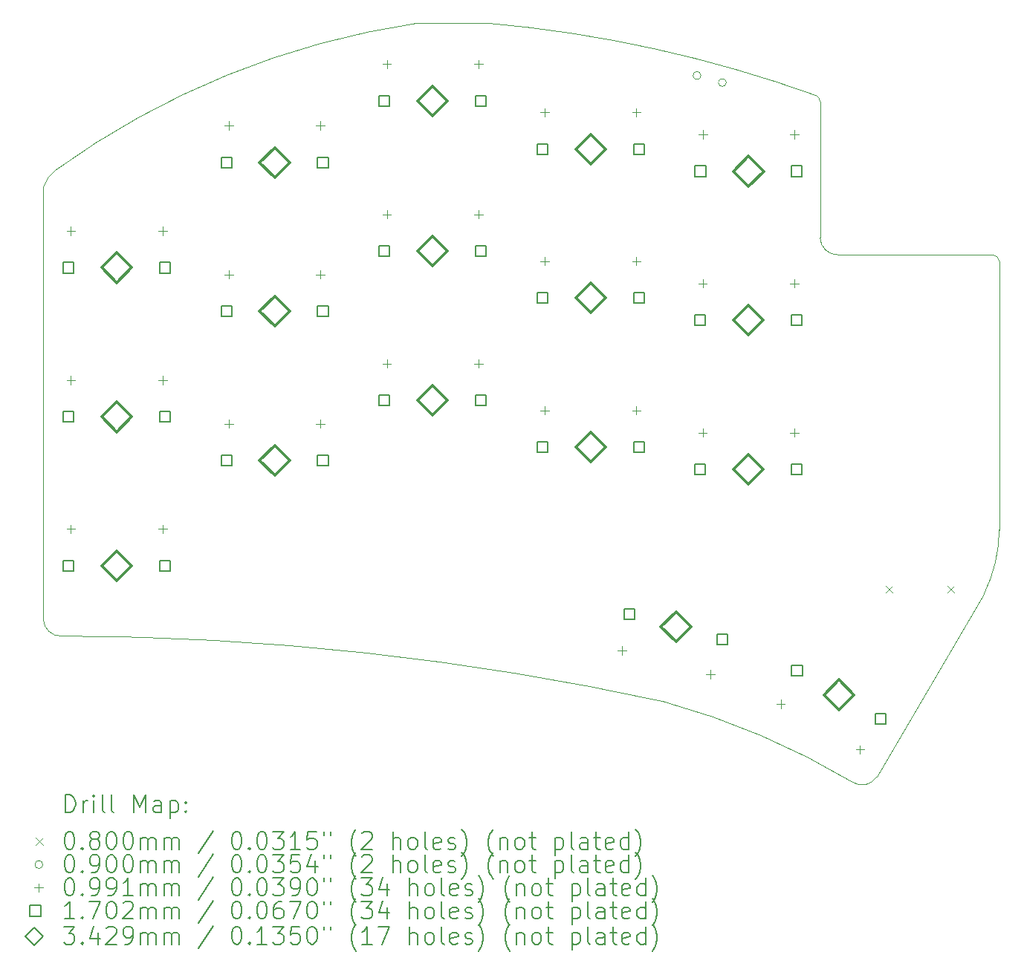
<source format=gbr>
%TF.GenerationSoftware,KiCad,Pcbnew,(6.0.10-0)*%
%TF.CreationDate,2023-04-12T09:40:14-04:00*%
%TF.ProjectId,half-swept,68616c66-2d73-4776-9570-742e6b696361,rev?*%
%TF.SameCoordinates,Original*%
%TF.FileFunction,Drillmap*%
%TF.FilePolarity,Positive*%
%FSLAX45Y45*%
G04 Gerber Fmt 4.5, Leading zero omitted, Abs format (unit mm)*
G04 Created by KiCad (PCBNEW (6.0.10-0)) date 2023-04-12 09:40:14*
%MOMM*%
%LPD*%
G01*
G04 APERTURE LIST*
%ADD10C,0.050000*%
%ADD11C,0.200000*%
%ADD12C,0.080000*%
%ADD13C,0.090000*%
%ADD14C,0.099060*%
%ADD15C,0.170180*%
%ADD16C,0.342900*%
G04 APERTURE END LIST*
D10*
X12763500Y-4536200D02*
G75*
G03*
X12688500Y-4461200I-75000J0D01*
G01*
X1869005Y-3697670D02*
X1873025Y-8624502D01*
X10722200Y-2713742D02*
G75*
G03*
X10678729Y-2645689I-75000J2D01*
G01*
X11093800Y-10474800D02*
G75*
G03*
X8940913Y-9556195I-4431600J-7404000D01*
G01*
X2011700Y-3496300D02*
G75*
G03*
X1869005Y-3697670I244500J-324500D01*
G01*
X10722200Y-4268400D02*
G75*
G03*
X10925700Y-4461492I200000J7000D01*
G01*
X10678729Y-2645689D02*
G75*
G03*
X6929178Y-1820068I-5040949J-13966341D01*
G01*
X11093800Y-10474800D02*
G75*
G03*
X11367000Y-10414927I107000J165000D01*
G01*
X8940913Y-9556195D02*
G75*
G03*
X2076800Y-8808112I-6921916J-31647541D01*
G01*
X1873025Y-8624502D02*
G75*
G03*
X2076800Y-8808112I197800J14641D01*
G01*
X12763500Y-4536200D02*
X12763500Y-6248400D01*
X10722200Y-4268400D02*
X10722205Y-2713742D01*
X10925700Y-4461492D02*
X12688500Y-4461200D01*
X6130043Y-1821289D02*
G75*
G03*
X2011700Y-3496300I1370658J-9270415D01*
G01*
X12588830Y-8331200D02*
X11367000Y-10414927D01*
X12588831Y-8331200D02*
G75*
G03*
X12763500Y-7598785I-1502721J745410D01*
G01*
X6929178Y-1820068D02*
X6130000Y-1821000D01*
X12763500Y-6248400D02*
X12764700Y-6985000D01*
X12764700Y-6985000D02*
X12763500Y-7598785D01*
D11*
D12*
X11469800Y-8235000D02*
X11549800Y-8315000D01*
X11549800Y-8235000D02*
X11469800Y-8315000D01*
X12169800Y-8235000D02*
X12249800Y-8315000D01*
X12249800Y-8235000D02*
X12169800Y-8315000D01*
D13*
X9364495Y-2416972D02*
G75*
G03*
X9364495Y-2416972I-45000J0D01*
G01*
X9653585Y-2497143D02*
G75*
G03*
X9653585Y-2497143I-45000J0D01*
G01*
D14*
X2186000Y-4138470D02*
X2186000Y-4237530D01*
X2136470Y-4188000D02*
X2235530Y-4188000D01*
X2186000Y-5838470D02*
X2186000Y-5937530D01*
X2136470Y-5888000D02*
X2235530Y-5888000D01*
X2186000Y-7538470D02*
X2186000Y-7637530D01*
X2136470Y-7588000D02*
X2235530Y-7588000D01*
X3230000Y-4138470D02*
X3230000Y-4237530D01*
X3180470Y-4188000D02*
X3279530Y-4188000D01*
X3230000Y-5838470D02*
X3230000Y-5937530D01*
X3180470Y-5888000D02*
X3279530Y-5888000D01*
X3230000Y-7538470D02*
X3230000Y-7637530D01*
X3180470Y-7588000D02*
X3279530Y-7588000D01*
X3986000Y-2938470D02*
X3986000Y-3037530D01*
X3936470Y-2988000D02*
X4035530Y-2988000D01*
X3986000Y-4635870D02*
X3986000Y-4734930D01*
X3936470Y-4685400D02*
X4035530Y-4685400D01*
X3986000Y-6337670D02*
X3986000Y-6436730D01*
X3936470Y-6387200D02*
X4035530Y-6387200D01*
X5030000Y-2938470D02*
X5030000Y-3037530D01*
X4980470Y-2988000D02*
X5079530Y-2988000D01*
X5030000Y-4635870D02*
X5030000Y-4734930D01*
X4980470Y-4685400D02*
X5079530Y-4685400D01*
X5030000Y-6337670D02*
X5030000Y-6436730D01*
X4980470Y-6387200D02*
X5079530Y-6387200D01*
X5786000Y-2238470D02*
X5786000Y-2337530D01*
X5736470Y-2288000D02*
X5835530Y-2288000D01*
X5786000Y-3950070D02*
X5786000Y-4049130D01*
X5736470Y-3999600D02*
X5835530Y-3999600D01*
X5786000Y-5651870D02*
X5786000Y-5750930D01*
X5736470Y-5701400D02*
X5835530Y-5701400D01*
X6830000Y-2238470D02*
X6830000Y-2337530D01*
X6780470Y-2288000D02*
X6879530Y-2288000D01*
X6830000Y-3950070D02*
X6830000Y-4049130D01*
X6780470Y-3999600D02*
X6879530Y-3999600D01*
X6830000Y-5651870D02*
X6830000Y-5750930D01*
X6780470Y-5701400D02*
X6879530Y-5701400D01*
X7586000Y-2788470D02*
X7586000Y-2887530D01*
X7536470Y-2838000D02*
X7635530Y-2838000D01*
X7586000Y-4483470D02*
X7586000Y-4582530D01*
X7536470Y-4533000D02*
X7635530Y-4533000D01*
X7586000Y-6185270D02*
X7586000Y-6284330D01*
X7536470Y-6234800D02*
X7635530Y-6234800D01*
X8466683Y-8924055D02*
X8466683Y-9023115D01*
X8417153Y-8973585D02*
X8516213Y-8973585D01*
X8630000Y-2788470D02*
X8630000Y-2887530D01*
X8580470Y-2838000D02*
X8679530Y-2838000D01*
X8630000Y-4483470D02*
X8630000Y-4582530D01*
X8580470Y-4533000D02*
X8679530Y-4533000D01*
X8630000Y-6185270D02*
X8630000Y-6284330D01*
X8580470Y-6234800D02*
X8679530Y-6234800D01*
X9384000Y-4737470D02*
X9384000Y-4836530D01*
X9334470Y-4787000D02*
X9433530Y-4787000D01*
X9384000Y-6439270D02*
X9384000Y-6538330D01*
X9334470Y-6488800D02*
X9433530Y-6488800D01*
X9386000Y-3038470D02*
X9386000Y-3137530D01*
X9336470Y-3088000D02*
X9435530Y-3088000D01*
X9475109Y-9194262D02*
X9475109Y-9293322D01*
X9425579Y-9243792D02*
X9524639Y-9243792D01*
X10273535Y-9531201D02*
X10273535Y-9630261D01*
X10224005Y-9580731D02*
X10323065Y-9580731D01*
X10428000Y-4737470D02*
X10428000Y-4836530D01*
X10378470Y-4787000D02*
X10477530Y-4787000D01*
X10428000Y-6439270D02*
X10428000Y-6538330D01*
X10378470Y-6488800D02*
X10477530Y-6488800D01*
X10430000Y-3038470D02*
X10430000Y-3137530D01*
X10380470Y-3088000D02*
X10479530Y-3088000D01*
X11177665Y-10053201D02*
X11177665Y-10152261D01*
X11128135Y-10102731D02*
X11227195Y-10102731D01*
D15*
X2218168Y-4668168D02*
X2218168Y-4547832D01*
X2097832Y-4547832D01*
X2097832Y-4668168D01*
X2218168Y-4668168D01*
X2218168Y-6368168D02*
X2218168Y-6247832D01*
X2097832Y-6247832D01*
X2097832Y-6368168D01*
X2218168Y-6368168D01*
X2218168Y-8068168D02*
X2218168Y-7947832D01*
X2097832Y-7947832D01*
X2097832Y-8068168D01*
X2218168Y-8068168D01*
X3318168Y-4668168D02*
X3318168Y-4547832D01*
X3197832Y-4547832D01*
X3197832Y-4668168D01*
X3318168Y-4668168D01*
X3318168Y-6368168D02*
X3318168Y-6247832D01*
X3197832Y-6247832D01*
X3197832Y-6368168D01*
X3318168Y-6368168D01*
X3318168Y-8068168D02*
X3318168Y-7947832D01*
X3197832Y-7947832D01*
X3197832Y-8068168D01*
X3318168Y-8068168D01*
X4018168Y-3468168D02*
X4018168Y-3347832D01*
X3897832Y-3347832D01*
X3897832Y-3468168D01*
X4018168Y-3468168D01*
X4018168Y-5165568D02*
X4018168Y-5045232D01*
X3897832Y-5045232D01*
X3897832Y-5165568D01*
X4018168Y-5165568D01*
X4018168Y-6867368D02*
X4018168Y-6747032D01*
X3897832Y-6747032D01*
X3897832Y-6867368D01*
X4018168Y-6867368D01*
X5118168Y-3468168D02*
X5118168Y-3347832D01*
X4997832Y-3347832D01*
X4997832Y-3468168D01*
X5118168Y-3468168D01*
X5118168Y-5165568D02*
X5118168Y-5045232D01*
X4997832Y-5045232D01*
X4997832Y-5165568D01*
X5118168Y-5165568D01*
X5118168Y-6867368D02*
X5118168Y-6747032D01*
X4997832Y-6747032D01*
X4997832Y-6867368D01*
X5118168Y-6867368D01*
X5818168Y-2768168D02*
X5818168Y-2647832D01*
X5697832Y-2647832D01*
X5697832Y-2768168D01*
X5818168Y-2768168D01*
X5818168Y-4479768D02*
X5818168Y-4359432D01*
X5697832Y-4359432D01*
X5697832Y-4479768D01*
X5818168Y-4479768D01*
X5818168Y-6181568D02*
X5818168Y-6061232D01*
X5697832Y-6061232D01*
X5697832Y-6181568D01*
X5818168Y-6181568D01*
X6918168Y-2768168D02*
X6918168Y-2647832D01*
X6797832Y-2647832D01*
X6797832Y-2768168D01*
X6918168Y-2768168D01*
X6918168Y-4479768D02*
X6918168Y-4359432D01*
X6797832Y-4359432D01*
X6797832Y-4479768D01*
X6918168Y-4479768D01*
X6918168Y-6181568D02*
X6918168Y-6061232D01*
X6797832Y-6061232D01*
X6797832Y-6181568D01*
X6918168Y-6181568D01*
X7618168Y-3318168D02*
X7618168Y-3197832D01*
X7497832Y-3197832D01*
X7497832Y-3318168D01*
X7618168Y-3318168D01*
X7618168Y-5013168D02*
X7618168Y-4892832D01*
X7497832Y-4892832D01*
X7497832Y-5013168D01*
X7618168Y-5013168D01*
X7618168Y-6714968D02*
X7618168Y-6594632D01*
X7497832Y-6594632D01*
X7497832Y-6714968D01*
X7618168Y-6714968D01*
X8608509Y-8620818D02*
X8608509Y-8500481D01*
X8488173Y-8500481D01*
X8488173Y-8620818D01*
X8608509Y-8620818D01*
X8718168Y-3318168D02*
X8718168Y-3197832D01*
X8597832Y-3197832D01*
X8597832Y-3318168D01*
X8718168Y-3318168D01*
X8718168Y-5013168D02*
X8718168Y-4892832D01*
X8597832Y-4892832D01*
X8597832Y-5013168D01*
X8718168Y-5013168D01*
X8718168Y-6714968D02*
X8718168Y-6594632D01*
X8597832Y-6594632D01*
X8597832Y-6714968D01*
X8718168Y-6714968D01*
X9416168Y-5267168D02*
X9416168Y-5146832D01*
X9295832Y-5146832D01*
X9295832Y-5267168D01*
X9416168Y-5267168D01*
X9416168Y-6968968D02*
X9416168Y-6848632D01*
X9295832Y-6848632D01*
X9295832Y-6968968D01*
X9416168Y-6968968D01*
X9418168Y-3568168D02*
X9418168Y-3447832D01*
X9297832Y-3447832D01*
X9297832Y-3568168D01*
X9418168Y-3568168D01*
X9671028Y-8905519D02*
X9671028Y-8785182D01*
X9550691Y-8785182D01*
X9550691Y-8905519D01*
X9671028Y-8905519D01*
X10516168Y-5267168D02*
X10516168Y-5146832D01*
X10395832Y-5146832D01*
X10395832Y-5267168D01*
X10516168Y-5267168D01*
X10516168Y-6968968D02*
X10516168Y-6848632D01*
X10395832Y-6848632D01*
X10395832Y-6968968D01*
X10516168Y-6968968D01*
X10518168Y-3568168D02*
X10518168Y-3447832D01*
X10397832Y-3447832D01*
X10397832Y-3568168D01*
X10518168Y-3568168D01*
X10519454Y-9263168D02*
X10519454Y-9142832D01*
X10399118Y-9142832D01*
X10399118Y-9263168D01*
X10519454Y-9263168D01*
X11472082Y-9813168D02*
X11472082Y-9692832D01*
X11351746Y-9692832D01*
X11351746Y-9813168D01*
X11472082Y-9813168D01*
D16*
X2708000Y-4779450D02*
X2879450Y-4608000D01*
X2708000Y-4436550D01*
X2536550Y-4608000D01*
X2708000Y-4779450D01*
X2708000Y-6479450D02*
X2879450Y-6308000D01*
X2708000Y-6136550D01*
X2536550Y-6308000D01*
X2708000Y-6479450D01*
X2708000Y-8179450D02*
X2879450Y-8008000D01*
X2708000Y-7836550D01*
X2536550Y-8008000D01*
X2708000Y-8179450D01*
X4508000Y-3579450D02*
X4679450Y-3408000D01*
X4508000Y-3236550D01*
X4336550Y-3408000D01*
X4508000Y-3579450D01*
X4508000Y-5276850D02*
X4679450Y-5105400D01*
X4508000Y-4933950D01*
X4336550Y-5105400D01*
X4508000Y-5276850D01*
X4508000Y-6978650D02*
X4679450Y-6807200D01*
X4508000Y-6635750D01*
X4336550Y-6807200D01*
X4508000Y-6978650D01*
X6308000Y-2879450D02*
X6479450Y-2708000D01*
X6308000Y-2536550D01*
X6136550Y-2708000D01*
X6308000Y-2879450D01*
X6308000Y-4591050D02*
X6479450Y-4419600D01*
X6308000Y-4248150D01*
X6136550Y-4419600D01*
X6308000Y-4591050D01*
X6308000Y-6292850D02*
X6479450Y-6121400D01*
X6308000Y-5949950D01*
X6136550Y-6121400D01*
X6308000Y-6292850D01*
X8108000Y-3429450D02*
X8279450Y-3258000D01*
X8108000Y-3086550D01*
X7936550Y-3258000D01*
X8108000Y-3429450D01*
X8108000Y-5124450D02*
X8279450Y-4953000D01*
X8108000Y-4781550D01*
X7936550Y-4953000D01*
X8108000Y-5124450D01*
X8108000Y-6826250D02*
X8279450Y-6654800D01*
X8108000Y-6483350D01*
X7936550Y-6654800D01*
X8108000Y-6826250D01*
X9079600Y-8874450D02*
X9251050Y-8703000D01*
X9079600Y-8531550D01*
X8908150Y-8703000D01*
X9079600Y-8874450D01*
X9906000Y-5378450D02*
X10077450Y-5207000D01*
X9906000Y-5035550D01*
X9734550Y-5207000D01*
X9906000Y-5378450D01*
X9906000Y-7080250D02*
X10077450Y-6908800D01*
X9906000Y-6737350D01*
X9734550Y-6908800D01*
X9906000Y-7080250D01*
X9908000Y-3679450D02*
X10079450Y-3508000D01*
X9908000Y-3336550D01*
X9736550Y-3508000D01*
X9908000Y-3679450D01*
X10935600Y-9649450D02*
X11107050Y-9478000D01*
X10935600Y-9306550D01*
X10764150Y-9478000D01*
X10935600Y-9649450D01*
D11*
X2124125Y-10819433D02*
X2124125Y-10619433D01*
X2171744Y-10619433D01*
X2200315Y-10628957D01*
X2219363Y-10648005D01*
X2228886Y-10667052D01*
X2238410Y-10705148D01*
X2238410Y-10733719D01*
X2228886Y-10771814D01*
X2219363Y-10790862D01*
X2200315Y-10809909D01*
X2171744Y-10819433D01*
X2124125Y-10819433D01*
X2324125Y-10819433D02*
X2324125Y-10686100D01*
X2324125Y-10724195D02*
X2333648Y-10705148D01*
X2343172Y-10695624D01*
X2362220Y-10686100D01*
X2381267Y-10686100D01*
X2447934Y-10819433D02*
X2447934Y-10686100D01*
X2447934Y-10619433D02*
X2438410Y-10628957D01*
X2447934Y-10638481D01*
X2457458Y-10628957D01*
X2447934Y-10619433D01*
X2447934Y-10638481D01*
X2571744Y-10819433D02*
X2552696Y-10809909D01*
X2543172Y-10790862D01*
X2543172Y-10619433D01*
X2676506Y-10819433D02*
X2657458Y-10809909D01*
X2647934Y-10790862D01*
X2647934Y-10619433D01*
X2905077Y-10819433D02*
X2905077Y-10619433D01*
X2971743Y-10762290D01*
X3038410Y-10619433D01*
X3038410Y-10819433D01*
X3219363Y-10819433D02*
X3219363Y-10714671D01*
X3209839Y-10695624D01*
X3190791Y-10686100D01*
X3152696Y-10686100D01*
X3133648Y-10695624D01*
X3219363Y-10809909D02*
X3200315Y-10819433D01*
X3152696Y-10819433D01*
X3133648Y-10809909D01*
X3124124Y-10790862D01*
X3124124Y-10771814D01*
X3133648Y-10752767D01*
X3152696Y-10743243D01*
X3200315Y-10743243D01*
X3219363Y-10733719D01*
X3314601Y-10686100D02*
X3314601Y-10886100D01*
X3314601Y-10695624D02*
X3333648Y-10686100D01*
X3371743Y-10686100D01*
X3390791Y-10695624D01*
X3400315Y-10705148D01*
X3409839Y-10724195D01*
X3409839Y-10781338D01*
X3400315Y-10800386D01*
X3390791Y-10809909D01*
X3371743Y-10819433D01*
X3333648Y-10819433D01*
X3314601Y-10809909D01*
X3495553Y-10800386D02*
X3505077Y-10809909D01*
X3495553Y-10819433D01*
X3486029Y-10809909D01*
X3495553Y-10800386D01*
X3495553Y-10819433D01*
X3495553Y-10695624D02*
X3505077Y-10705148D01*
X3495553Y-10714671D01*
X3486029Y-10705148D01*
X3495553Y-10695624D01*
X3495553Y-10714671D01*
D12*
X1786505Y-11108957D02*
X1866505Y-11188957D01*
X1866505Y-11108957D02*
X1786505Y-11188957D01*
D11*
X2162220Y-11039433D02*
X2181267Y-11039433D01*
X2200315Y-11048957D01*
X2209839Y-11058481D01*
X2219363Y-11077529D01*
X2228886Y-11115624D01*
X2228886Y-11163243D01*
X2219363Y-11201338D01*
X2209839Y-11220386D01*
X2200315Y-11229909D01*
X2181267Y-11239433D01*
X2162220Y-11239433D01*
X2143172Y-11229909D01*
X2133648Y-11220386D01*
X2124125Y-11201338D01*
X2114601Y-11163243D01*
X2114601Y-11115624D01*
X2124125Y-11077529D01*
X2133648Y-11058481D01*
X2143172Y-11048957D01*
X2162220Y-11039433D01*
X2314601Y-11220386D02*
X2324125Y-11229909D01*
X2314601Y-11239433D01*
X2305077Y-11229909D01*
X2314601Y-11220386D01*
X2314601Y-11239433D01*
X2438410Y-11125148D02*
X2419363Y-11115624D01*
X2409839Y-11106100D01*
X2400315Y-11087052D01*
X2400315Y-11077529D01*
X2409839Y-11058481D01*
X2419363Y-11048957D01*
X2438410Y-11039433D01*
X2476506Y-11039433D01*
X2495553Y-11048957D01*
X2505077Y-11058481D01*
X2514601Y-11077529D01*
X2514601Y-11087052D01*
X2505077Y-11106100D01*
X2495553Y-11115624D01*
X2476506Y-11125148D01*
X2438410Y-11125148D01*
X2419363Y-11134671D01*
X2409839Y-11144195D01*
X2400315Y-11163243D01*
X2400315Y-11201338D01*
X2409839Y-11220386D01*
X2419363Y-11229909D01*
X2438410Y-11239433D01*
X2476506Y-11239433D01*
X2495553Y-11229909D01*
X2505077Y-11220386D01*
X2514601Y-11201338D01*
X2514601Y-11163243D01*
X2505077Y-11144195D01*
X2495553Y-11134671D01*
X2476506Y-11125148D01*
X2638410Y-11039433D02*
X2657458Y-11039433D01*
X2676506Y-11048957D01*
X2686029Y-11058481D01*
X2695553Y-11077529D01*
X2705077Y-11115624D01*
X2705077Y-11163243D01*
X2695553Y-11201338D01*
X2686029Y-11220386D01*
X2676506Y-11229909D01*
X2657458Y-11239433D01*
X2638410Y-11239433D01*
X2619363Y-11229909D01*
X2609839Y-11220386D01*
X2600315Y-11201338D01*
X2590791Y-11163243D01*
X2590791Y-11115624D01*
X2600315Y-11077529D01*
X2609839Y-11058481D01*
X2619363Y-11048957D01*
X2638410Y-11039433D01*
X2828886Y-11039433D02*
X2847934Y-11039433D01*
X2866982Y-11048957D01*
X2876505Y-11058481D01*
X2886029Y-11077529D01*
X2895553Y-11115624D01*
X2895553Y-11163243D01*
X2886029Y-11201338D01*
X2876505Y-11220386D01*
X2866982Y-11229909D01*
X2847934Y-11239433D01*
X2828886Y-11239433D01*
X2809839Y-11229909D01*
X2800315Y-11220386D01*
X2790791Y-11201338D01*
X2781267Y-11163243D01*
X2781267Y-11115624D01*
X2790791Y-11077529D01*
X2800315Y-11058481D01*
X2809839Y-11048957D01*
X2828886Y-11039433D01*
X2981267Y-11239433D02*
X2981267Y-11106100D01*
X2981267Y-11125148D02*
X2990791Y-11115624D01*
X3009839Y-11106100D01*
X3038410Y-11106100D01*
X3057458Y-11115624D01*
X3066982Y-11134671D01*
X3066982Y-11239433D01*
X3066982Y-11134671D02*
X3076505Y-11115624D01*
X3095553Y-11106100D01*
X3124124Y-11106100D01*
X3143172Y-11115624D01*
X3152696Y-11134671D01*
X3152696Y-11239433D01*
X3247934Y-11239433D02*
X3247934Y-11106100D01*
X3247934Y-11125148D02*
X3257458Y-11115624D01*
X3276505Y-11106100D01*
X3305077Y-11106100D01*
X3324124Y-11115624D01*
X3333648Y-11134671D01*
X3333648Y-11239433D01*
X3333648Y-11134671D02*
X3343172Y-11115624D01*
X3362220Y-11106100D01*
X3390791Y-11106100D01*
X3409839Y-11115624D01*
X3419363Y-11134671D01*
X3419363Y-11239433D01*
X3809839Y-11029909D02*
X3638410Y-11287052D01*
X4066982Y-11039433D02*
X4086029Y-11039433D01*
X4105077Y-11048957D01*
X4114601Y-11058481D01*
X4124124Y-11077529D01*
X4133648Y-11115624D01*
X4133648Y-11163243D01*
X4124124Y-11201338D01*
X4114601Y-11220386D01*
X4105077Y-11229909D01*
X4086029Y-11239433D01*
X4066982Y-11239433D01*
X4047934Y-11229909D01*
X4038410Y-11220386D01*
X4028886Y-11201338D01*
X4019363Y-11163243D01*
X4019363Y-11115624D01*
X4028886Y-11077529D01*
X4038410Y-11058481D01*
X4047934Y-11048957D01*
X4066982Y-11039433D01*
X4219363Y-11220386D02*
X4228886Y-11229909D01*
X4219363Y-11239433D01*
X4209839Y-11229909D01*
X4219363Y-11220386D01*
X4219363Y-11239433D01*
X4352696Y-11039433D02*
X4371744Y-11039433D01*
X4390791Y-11048957D01*
X4400315Y-11058481D01*
X4409839Y-11077529D01*
X4419363Y-11115624D01*
X4419363Y-11163243D01*
X4409839Y-11201338D01*
X4400315Y-11220386D01*
X4390791Y-11229909D01*
X4371744Y-11239433D01*
X4352696Y-11239433D01*
X4333648Y-11229909D01*
X4324125Y-11220386D01*
X4314601Y-11201338D01*
X4305077Y-11163243D01*
X4305077Y-11115624D01*
X4314601Y-11077529D01*
X4324125Y-11058481D01*
X4333648Y-11048957D01*
X4352696Y-11039433D01*
X4486029Y-11039433D02*
X4609839Y-11039433D01*
X4543172Y-11115624D01*
X4571744Y-11115624D01*
X4590791Y-11125148D01*
X4600315Y-11134671D01*
X4609839Y-11153719D01*
X4609839Y-11201338D01*
X4600315Y-11220386D01*
X4590791Y-11229909D01*
X4571744Y-11239433D01*
X4514601Y-11239433D01*
X4495553Y-11229909D01*
X4486029Y-11220386D01*
X4800315Y-11239433D02*
X4686029Y-11239433D01*
X4743172Y-11239433D02*
X4743172Y-11039433D01*
X4724125Y-11068005D01*
X4705077Y-11087052D01*
X4686029Y-11096576D01*
X4981267Y-11039433D02*
X4886029Y-11039433D01*
X4876505Y-11134671D01*
X4886029Y-11125148D01*
X4905077Y-11115624D01*
X4952696Y-11115624D01*
X4971744Y-11125148D01*
X4981267Y-11134671D01*
X4990791Y-11153719D01*
X4990791Y-11201338D01*
X4981267Y-11220386D01*
X4971744Y-11229909D01*
X4952696Y-11239433D01*
X4905077Y-11239433D01*
X4886029Y-11229909D01*
X4876505Y-11220386D01*
X5066982Y-11039433D02*
X5066982Y-11077529D01*
X5143172Y-11039433D02*
X5143172Y-11077529D01*
X5438410Y-11315624D02*
X5428886Y-11306100D01*
X5409839Y-11277528D01*
X5400315Y-11258481D01*
X5390791Y-11229909D01*
X5381267Y-11182290D01*
X5381267Y-11144195D01*
X5390791Y-11096576D01*
X5400315Y-11068005D01*
X5409839Y-11048957D01*
X5428886Y-11020386D01*
X5438410Y-11010862D01*
X5505077Y-11058481D02*
X5514601Y-11048957D01*
X5533648Y-11039433D01*
X5581267Y-11039433D01*
X5600315Y-11048957D01*
X5609839Y-11058481D01*
X5619363Y-11077529D01*
X5619363Y-11096576D01*
X5609839Y-11125148D01*
X5495553Y-11239433D01*
X5619363Y-11239433D01*
X5857458Y-11239433D02*
X5857458Y-11039433D01*
X5943172Y-11239433D02*
X5943172Y-11134671D01*
X5933648Y-11115624D01*
X5914601Y-11106100D01*
X5886029Y-11106100D01*
X5866982Y-11115624D01*
X5857458Y-11125148D01*
X6066982Y-11239433D02*
X6047934Y-11229909D01*
X6038410Y-11220386D01*
X6028886Y-11201338D01*
X6028886Y-11144195D01*
X6038410Y-11125148D01*
X6047934Y-11115624D01*
X6066982Y-11106100D01*
X6095553Y-11106100D01*
X6114601Y-11115624D01*
X6124124Y-11125148D01*
X6133648Y-11144195D01*
X6133648Y-11201338D01*
X6124124Y-11220386D01*
X6114601Y-11229909D01*
X6095553Y-11239433D01*
X6066982Y-11239433D01*
X6247934Y-11239433D02*
X6228886Y-11229909D01*
X6219363Y-11210862D01*
X6219363Y-11039433D01*
X6400315Y-11229909D02*
X6381267Y-11239433D01*
X6343172Y-11239433D01*
X6324124Y-11229909D01*
X6314601Y-11210862D01*
X6314601Y-11134671D01*
X6324124Y-11115624D01*
X6343172Y-11106100D01*
X6381267Y-11106100D01*
X6400315Y-11115624D01*
X6409839Y-11134671D01*
X6409839Y-11153719D01*
X6314601Y-11172767D01*
X6486029Y-11229909D02*
X6505077Y-11239433D01*
X6543172Y-11239433D01*
X6562220Y-11229909D01*
X6571743Y-11210862D01*
X6571743Y-11201338D01*
X6562220Y-11182290D01*
X6543172Y-11172767D01*
X6514601Y-11172767D01*
X6495553Y-11163243D01*
X6486029Y-11144195D01*
X6486029Y-11134671D01*
X6495553Y-11115624D01*
X6514601Y-11106100D01*
X6543172Y-11106100D01*
X6562220Y-11115624D01*
X6638410Y-11315624D02*
X6647934Y-11306100D01*
X6666982Y-11277528D01*
X6676505Y-11258481D01*
X6686029Y-11229909D01*
X6695553Y-11182290D01*
X6695553Y-11144195D01*
X6686029Y-11096576D01*
X6676505Y-11068005D01*
X6666982Y-11048957D01*
X6647934Y-11020386D01*
X6638410Y-11010862D01*
X7000315Y-11315624D02*
X6990791Y-11306100D01*
X6971743Y-11277528D01*
X6962220Y-11258481D01*
X6952696Y-11229909D01*
X6943172Y-11182290D01*
X6943172Y-11144195D01*
X6952696Y-11096576D01*
X6962220Y-11068005D01*
X6971743Y-11048957D01*
X6990791Y-11020386D01*
X7000315Y-11010862D01*
X7076505Y-11106100D02*
X7076505Y-11239433D01*
X7076505Y-11125148D02*
X7086029Y-11115624D01*
X7105077Y-11106100D01*
X7133648Y-11106100D01*
X7152696Y-11115624D01*
X7162220Y-11134671D01*
X7162220Y-11239433D01*
X7286029Y-11239433D02*
X7266982Y-11229909D01*
X7257458Y-11220386D01*
X7247934Y-11201338D01*
X7247934Y-11144195D01*
X7257458Y-11125148D01*
X7266982Y-11115624D01*
X7286029Y-11106100D01*
X7314601Y-11106100D01*
X7333648Y-11115624D01*
X7343172Y-11125148D01*
X7352696Y-11144195D01*
X7352696Y-11201338D01*
X7343172Y-11220386D01*
X7333648Y-11229909D01*
X7314601Y-11239433D01*
X7286029Y-11239433D01*
X7409839Y-11106100D02*
X7486029Y-11106100D01*
X7438410Y-11039433D02*
X7438410Y-11210862D01*
X7447934Y-11229909D01*
X7466982Y-11239433D01*
X7486029Y-11239433D01*
X7705077Y-11106100D02*
X7705077Y-11306100D01*
X7705077Y-11115624D02*
X7724124Y-11106100D01*
X7762220Y-11106100D01*
X7781267Y-11115624D01*
X7790791Y-11125148D01*
X7800315Y-11144195D01*
X7800315Y-11201338D01*
X7790791Y-11220386D01*
X7781267Y-11229909D01*
X7762220Y-11239433D01*
X7724124Y-11239433D01*
X7705077Y-11229909D01*
X7914601Y-11239433D02*
X7895553Y-11229909D01*
X7886029Y-11210862D01*
X7886029Y-11039433D01*
X8076505Y-11239433D02*
X8076505Y-11134671D01*
X8066982Y-11115624D01*
X8047934Y-11106100D01*
X8009839Y-11106100D01*
X7990791Y-11115624D01*
X8076505Y-11229909D02*
X8057458Y-11239433D01*
X8009839Y-11239433D01*
X7990791Y-11229909D01*
X7981267Y-11210862D01*
X7981267Y-11191814D01*
X7990791Y-11172767D01*
X8009839Y-11163243D01*
X8057458Y-11163243D01*
X8076505Y-11153719D01*
X8143172Y-11106100D02*
X8219363Y-11106100D01*
X8171743Y-11039433D02*
X8171743Y-11210862D01*
X8181267Y-11229909D01*
X8200315Y-11239433D01*
X8219363Y-11239433D01*
X8362220Y-11229909D02*
X8343172Y-11239433D01*
X8305077Y-11239433D01*
X8286029Y-11229909D01*
X8276505Y-11210862D01*
X8276505Y-11134671D01*
X8286029Y-11115624D01*
X8305077Y-11106100D01*
X8343172Y-11106100D01*
X8362220Y-11115624D01*
X8371743Y-11134671D01*
X8371743Y-11153719D01*
X8276505Y-11172767D01*
X8543172Y-11239433D02*
X8543172Y-11039433D01*
X8543172Y-11229909D02*
X8524125Y-11239433D01*
X8486029Y-11239433D01*
X8466982Y-11229909D01*
X8457458Y-11220386D01*
X8447934Y-11201338D01*
X8447934Y-11144195D01*
X8457458Y-11125148D01*
X8466982Y-11115624D01*
X8486029Y-11106100D01*
X8524125Y-11106100D01*
X8543172Y-11115624D01*
X8619363Y-11315624D02*
X8628886Y-11306100D01*
X8647934Y-11277528D01*
X8657458Y-11258481D01*
X8666982Y-11229909D01*
X8676505Y-11182290D01*
X8676505Y-11144195D01*
X8666982Y-11096576D01*
X8657458Y-11068005D01*
X8647934Y-11048957D01*
X8628886Y-11020386D01*
X8619363Y-11010862D01*
D13*
X1866505Y-11412957D02*
G75*
G03*
X1866505Y-11412957I-45000J0D01*
G01*
D11*
X2162220Y-11303433D02*
X2181267Y-11303433D01*
X2200315Y-11312957D01*
X2209839Y-11322481D01*
X2219363Y-11341528D01*
X2228886Y-11379624D01*
X2228886Y-11427243D01*
X2219363Y-11465338D01*
X2209839Y-11484386D01*
X2200315Y-11493909D01*
X2181267Y-11503433D01*
X2162220Y-11503433D01*
X2143172Y-11493909D01*
X2133648Y-11484386D01*
X2124125Y-11465338D01*
X2114601Y-11427243D01*
X2114601Y-11379624D01*
X2124125Y-11341528D01*
X2133648Y-11322481D01*
X2143172Y-11312957D01*
X2162220Y-11303433D01*
X2314601Y-11484386D02*
X2324125Y-11493909D01*
X2314601Y-11503433D01*
X2305077Y-11493909D01*
X2314601Y-11484386D01*
X2314601Y-11503433D01*
X2419363Y-11503433D02*
X2457458Y-11503433D01*
X2476506Y-11493909D01*
X2486029Y-11484386D01*
X2505077Y-11455814D01*
X2514601Y-11417719D01*
X2514601Y-11341528D01*
X2505077Y-11322481D01*
X2495553Y-11312957D01*
X2476506Y-11303433D01*
X2438410Y-11303433D01*
X2419363Y-11312957D01*
X2409839Y-11322481D01*
X2400315Y-11341528D01*
X2400315Y-11389147D01*
X2409839Y-11408195D01*
X2419363Y-11417719D01*
X2438410Y-11427243D01*
X2476506Y-11427243D01*
X2495553Y-11417719D01*
X2505077Y-11408195D01*
X2514601Y-11389147D01*
X2638410Y-11303433D02*
X2657458Y-11303433D01*
X2676506Y-11312957D01*
X2686029Y-11322481D01*
X2695553Y-11341528D01*
X2705077Y-11379624D01*
X2705077Y-11427243D01*
X2695553Y-11465338D01*
X2686029Y-11484386D01*
X2676506Y-11493909D01*
X2657458Y-11503433D01*
X2638410Y-11503433D01*
X2619363Y-11493909D01*
X2609839Y-11484386D01*
X2600315Y-11465338D01*
X2590791Y-11427243D01*
X2590791Y-11379624D01*
X2600315Y-11341528D01*
X2609839Y-11322481D01*
X2619363Y-11312957D01*
X2638410Y-11303433D01*
X2828886Y-11303433D02*
X2847934Y-11303433D01*
X2866982Y-11312957D01*
X2876505Y-11322481D01*
X2886029Y-11341528D01*
X2895553Y-11379624D01*
X2895553Y-11427243D01*
X2886029Y-11465338D01*
X2876505Y-11484386D01*
X2866982Y-11493909D01*
X2847934Y-11503433D01*
X2828886Y-11503433D01*
X2809839Y-11493909D01*
X2800315Y-11484386D01*
X2790791Y-11465338D01*
X2781267Y-11427243D01*
X2781267Y-11379624D01*
X2790791Y-11341528D01*
X2800315Y-11322481D01*
X2809839Y-11312957D01*
X2828886Y-11303433D01*
X2981267Y-11503433D02*
X2981267Y-11370100D01*
X2981267Y-11389147D02*
X2990791Y-11379624D01*
X3009839Y-11370100D01*
X3038410Y-11370100D01*
X3057458Y-11379624D01*
X3066982Y-11398671D01*
X3066982Y-11503433D01*
X3066982Y-11398671D02*
X3076505Y-11379624D01*
X3095553Y-11370100D01*
X3124124Y-11370100D01*
X3143172Y-11379624D01*
X3152696Y-11398671D01*
X3152696Y-11503433D01*
X3247934Y-11503433D02*
X3247934Y-11370100D01*
X3247934Y-11389147D02*
X3257458Y-11379624D01*
X3276505Y-11370100D01*
X3305077Y-11370100D01*
X3324124Y-11379624D01*
X3333648Y-11398671D01*
X3333648Y-11503433D01*
X3333648Y-11398671D02*
X3343172Y-11379624D01*
X3362220Y-11370100D01*
X3390791Y-11370100D01*
X3409839Y-11379624D01*
X3419363Y-11398671D01*
X3419363Y-11503433D01*
X3809839Y-11293909D02*
X3638410Y-11551052D01*
X4066982Y-11303433D02*
X4086029Y-11303433D01*
X4105077Y-11312957D01*
X4114601Y-11322481D01*
X4124124Y-11341528D01*
X4133648Y-11379624D01*
X4133648Y-11427243D01*
X4124124Y-11465338D01*
X4114601Y-11484386D01*
X4105077Y-11493909D01*
X4086029Y-11503433D01*
X4066982Y-11503433D01*
X4047934Y-11493909D01*
X4038410Y-11484386D01*
X4028886Y-11465338D01*
X4019363Y-11427243D01*
X4019363Y-11379624D01*
X4028886Y-11341528D01*
X4038410Y-11322481D01*
X4047934Y-11312957D01*
X4066982Y-11303433D01*
X4219363Y-11484386D02*
X4228886Y-11493909D01*
X4219363Y-11503433D01*
X4209839Y-11493909D01*
X4219363Y-11484386D01*
X4219363Y-11503433D01*
X4352696Y-11303433D02*
X4371744Y-11303433D01*
X4390791Y-11312957D01*
X4400315Y-11322481D01*
X4409839Y-11341528D01*
X4419363Y-11379624D01*
X4419363Y-11427243D01*
X4409839Y-11465338D01*
X4400315Y-11484386D01*
X4390791Y-11493909D01*
X4371744Y-11503433D01*
X4352696Y-11503433D01*
X4333648Y-11493909D01*
X4324125Y-11484386D01*
X4314601Y-11465338D01*
X4305077Y-11427243D01*
X4305077Y-11379624D01*
X4314601Y-11341528D01*
X4324125Y-11322481D01*
X4333648Y-11312957D01*
X4352696Y-11303433D01*
X4486029Y-11303433D02*
X4609839Y-11303433D01*
X4543172Y-11379624D01*
X4571744Y-11379624D01*
X4590791Y-11389147D01*
X4600315Y-11398671D01*
X4609839Y-11417719D01*
X4609839Y-11465338D01*
X4600315Y-11484386D01*
X4590791Y-11493909D01*
X4571744Y-11503433D01*
X4514601Y-11503433D01*
X4495553Y-11493909D01*
X4486029Y-11484386D01*
X4790791Y-11303433D02*
X4695553Y-11303433D01*
X4686029Y-11398671D01*
X4695553Y-11389147D01*
X4714601Y-11379624D01*
X4762220Y-11379624D01*
X4781267Y-11389147D01*
X4790791Y-11398671D01*
X4800315Y-11417719D01*
X4800315Y-11465338D01*
X4790791Y-11484386D01*
X4781267Y-11493909D01*
X4762220Y-11503433D01*
X4714601Y-11503433D01*
X4695553Y-11493909D01*
X4686029Y-11484386D01*
X4971744Y-11370100D02*
X4971744Y-11503433D01*
X4924125Y-11293909D02*
X4876505Y-11436767D01*
X5000315Y-11436767D01*
X5066982Y-11303433D02*
X5066982Y-11341528D01*
X5143172Y-11303433D02*
X5143172Y-11341528D01*
X5438410Y-11579624D02*
X5428886Y-11570100D01*
X5409839Y-11541528D01*
X5400315Y-11522481D01*
X5390791Y-11493909D01*
X5381267Y-11446290D01*
X5381267Y-11408195D01*
X5390791Y-11360576D01*
X5400315Y-11332005D01*
X5409839Y-11312957D01*
X5428886Y-11284386D01*
X5438410Y-11274862D01*
X5505077Y-11322481D02*
X5514601Y-11312957D01*
X5533648Y-11303433D01*
X5581267Y-11303433D01*
X5600315Y-11312957D01*
X5609839Y-11322481D01*
X5619363Y-11341528D01*
X5619363Y-11360576D01*
X5609839Y-11389147D01*
X5495553Y-11503433D01*
X5619363Y-11503433D01*
X5857458Y-11503433D02*
X5857458Y-11303433D01*
X5943172Y-11503433D02*
X5943172Y-11398671D01*
X5933648Y-11379624D01*
X5914601Y-11370100D01*
X5886029Y-11370100D01*
X5866982Y-11379624D01*
X5857458Y-11389147D01*
X6066982Y-11503433D02*
X6047934Y-11493909D01*
X6038410Y-11484386D01*
X6028886Y-11465338D01*
X6028886Y-11408195D01*
X6038410Y-11389147D01*
X6047934Y-11379624D01*
X6066982Y-11370100D01*
X6095553Y-11370100D01*
X6114601Y-11379624D01*
X6124124Y-11389147D01*
X6133648Y-11408195D01*
X6133648Y-11465338D01*
X6124124Y-11484386D01*
X6114601Y-11493909D01*
X6095553Y-11503433D01*
X6066982Y-11503433D01*
X6247934Y-11503433D02*
X6228886Y-11493909D01*
X6219363Y-11474862D01*
X6219363Y-11303433D01*
X6400315Y-11493909D02*
X6381267Y-11503433D01*
X6343172Y-11503433D01*
X6324124Y-11493909D01*
X6314601Y-11474862D01*
X6314601Y-11398671D01*
X6324124Y-11379624D01*
X6343172Y-11370100D01*
X6381267Y-11370100D01*
X6400315Y-11379624D01*
X6409839Y-11398671D01*
X6409839Y-11417719D01*
X6314601Y-11436767D01*
X6486029Y-11493909D02*
X6505077Y-11503433D01*
X6543172Y-11503433D01*
X6562220Y-11493909D01*
X6571743Y-11474862D01*
X6571743Y-11465338D01*
X6562220Y-11446290D01*
X6543172Y-11436767D01*
X6514601Y-11436767D01*
X6495553Y-11427243D01*
X6486029Y-11408195D01*
X6486029Y-11398671D01*
X6495553Y-11379624D01*
X6514601Y-11370100D01*
X6543172Y-11370100D01*
X6562220Y-11379624D01*
X6638410Y-11579624D02*
X6647934Y-11570100D01*
X6666982Y-11541528D01*
X6676505Y-11522481D01*
X6686029Y-11493909D01*
X6695553Y-11446290D01*
X6695553Y-11408195D01*
X6686029Y-11360576D01*
X6676505Y-11332005D01*
X6666982Y-11312957D01*
X6647934Y-11284386D01*
X6638410Y-11274862D01*
X7000315Y-11579624D02*
X6990791Y-11570100D01*
X6971743Y-11541528D01*
X6962220Y-11522481D01*
X6952696Y-11493909D01*
X6943172Y-11446290D01*
X6943172Y-11408195D01*
X6952696Y-11360576D01*
X6962220Y-11332005D01*
X6971743Y-11312957D01*
X6990791Y-11284386D01*
X7000315Y-11274862D01*
X7076505Y-11370100D02*
X7076505Y-11503433D01*
X7076505Y-11389147D02*
X7086029Y-11379624D01*
X7105077Y-11370100D01*
X7133648Y-11370100D01*
X7152696Y-11379624D01*
X7162220Y-11398671D01*
X7162220Y-11503433D01*
X7286029Y-11503433D02*
X7266982Y-11493909D01*
X7257458Y-11484386D01*
X7247934Y-11465338D01*
X7247934Y-11408195D01*
X7257458Y-11389147D01*
X7266982Y-11379624D01*
X7286029Y-11370100D01*
X7314601Y-11370100D01*
X7333648Y-11379624D01*
X7343172Y-11389147D01*
X7352696Y-11408195D01*
X7352696Y-11465338D01*
X7343172Y-11484386D01*
X7333648Y-11493909D01*
X7314601Y-11503433D01*
X7286029Y-11503433D01*
X7409839Y-11370100D02*
X7486029Y-11370100D01*
X7438410Y-11303433D02*
X7438410Y-11474862D01*
X7447934Y-11493909D01*
X7466982Y-11503433D01*
X7486029Y-11503433D01*
X7705077Y-11370100D02*
X7705077Y-11570100D01*
X7705077Y-11379624D02*
X7724124Y-11370100D01*
X7762220Y-11370100D01*
X7781267Y-11379624D01*
X7790791Y-11389147D01*
X7800315Y-11408195D01*
X7800315Y-11465338D01*
X7790791Y-11484386D01*
X7781267Y-11493909D01*
X7762220Y-11503433D01*
X7724124Y-11503433D01*
X7705077Y-11493909D01*
X7914601Y-11503433D02*
X7895553Y-11493909D01*
X7886029Y-11474862D01*
X7886029Y-11303433D01*
X8076505Y-11503433D02*
X8076505Y-11398671D01*
X8066982Y-11379624D01*
X8047934Y-11370100D01*
X8009839Y-11370100D01*
X7990791Y-11379624D01*
X8076505Y-11493909D02*
X8057458Y-11503433D01*
X8009839Y-11503433D01*
X7990791Y-11493909D01*
X7981267Y-11474862D01*
X7981267Y-11455814D01*
X7990791Y-11436767D01*
X8009839Y-11427243D01*
X8057458Y-11427243D01*
X8076505Y-11417719D01*
X8143172Y-11370100D02*
X8219363Y-11370100D01*
X8171743Y-11303433D02*
X8171743Y-11474862D01*
X8181267Y-11493909D01*
X8200315Y-11503433D01*
X8219363Y-11503433D01*
X8362220Y-11493909D02*
X8343172Y-11503433D01*
X8305077Y-11503433D01*
X8286029Y-11493909D01*
X8276505Y-11474862D01*
X8276505Y-11398671D01*
X8286029Y-11379624D01*
X8305077Y-11370100D01*
X8343172Y-11370100D01*
X8362220Y-11379624D01*
X8371743Y-11398671D01*
X8371743Y-11417719D01*
X8276505Y-11436767D01*
X8543172Y-11503433D02*
X8543172Y-11303433D01*
X8543172Y-11493909D02*
X8524125Y-11503433D01*
X8486029Y-11503433D01*
X8466982Y-11493909D01*
X8457458Y-11484386D01*
X8447934Y-11465338D01*
X8447934Y-11408195D01*
X8457458Y-11389147D01*
X8466982Y-11379624D01*
X8486029Y-11370100D01*
X8524125Y-11370100D01*
X8543172Y-11379624D01*
X8619363Y-11579624D02*
X8628886Y-11570100D01*
X8647934Y-11541528D01*
X8657458Y-11522481D01*
X8666982Y-11493909D01*
X8676505Y-11446290D01*
X8676505Y-11408195D01*
X8666982Y-11360576D01*
X8657458Y-11332005D01*
X8647934Y-11312957D01*
X8628886Y-11284386D01*
X8619363Y-11274862D01*
D14*
X1816975Y-11627427D02*
X1816975Y-11726487D01*
X1767445Y-11676957D02*
X1866505Y-11676957D01*
D11*
X2162220Y-11567433D02*
X2181267Y-11567433D01*
X2200315Y-11576957D01*
X2209839Y-11586481D01*
X2219363Y-11605528D01*
X2228886Y-11643624D01*
X2228886Y-11691243D01*
X2219363Y-11729338D01*
X2209839Y-11748386D01*
X2200315Y-11757909D01*
X2181267Y-11767433D01*
X2162220Y-11767433D01*
X2143172Y-11757909D01*
X2133648Y-11748386D01*
X2124125Y-11729338D01*
X2114601Y-11691243D01*
X2114601Y-11643624D01*
X2124125Y-11605528D01*
X2133648Y-11586481D01*
X2143172Y-11576957D01*
X2162220Y-11567433D01*
X2314601Y-11748386D02*
X2324125Y-11757909D01*
X2314601Y-11767433D01*
X2305077Y-11757909D01*
X2314601Y-11748386D01*
X2314601Y-11767433D01*
X2419363Y-11767433D02*
X2457458Y-11767433D01*
X2476506Y-11757909D01*
X2486029Y-11748386D01*
X2505077Y-11719814D01*
X2514601Y-11681719D01*
X2514601Y-11605528D01*
X2505077Y-11586481D01*
X2495553Y-11576957D01*
X2476506Y-11567433D01*
X2438410Y-11567433D01*
X2419363Y-11576957D01*
X2409839Y-11586481D01*
X2400315Y-11605528D01*
X2400315Y-11653147D01*
X2409839Y-11672195D01*
X2419363Y-11681719D01*
X2438410Y-11691243D01*
X2476506Y-11691243D01*
X2495553Y-11681719D01*
X2505077Y-11672195D01*
X2514601Y-11653147D01*
X2609839Y-11767433D02*
X2647934Y-11767433D01*
X2666982Y-11757909D01*
X2676506Y-11748386D01*
X2695553Y-11719814D01*
X2705077Y-11681719D01*
X2705077Y-11605528D01*
X2695553Y-11586481D01*
X2686029Y-11576957D01*
X2666982Y-11567433D01*
X2628886Y-11567433D01*
X2609839Y-11576957D01*
X2600315Y-11586481D01*
X2590791Y-11605528D01*
X2590791Y-11653147D01*
X2600315Y-11672195D01*
X2609839Y-11681719D01*
X2628886Y-11691243D01*
X2666982Y-11691243D01*
X2686029Y-11681719D01*
X2695553Y-11672195D01*
X2705077Y-11653147D01*
X2895553Y-11767433D02*
X2781267Y-11767433D01*
X2838410Y-11767433D02*
X2838410Y-11567433D01*
X2819363Y-11596005D01*
X2800315Y-11615052D01*
X2781267Y-11624576D01*
X2981267Y-11767433D02*
X2981267Y-11634100D01*
X2981267Y-11653147D02*
X2990791Y-11643624D01*
X3009839Y-11634100D01*
X3038410Y-11634100D01*
X3057458Y-11643624D01*
X3066982Y-11662671D01*
X3066982Y-11767433D01*
X3066982Y-11662671D02*
X3076505Y-11643624D01*
X3095553Y-11634100D01*
X3124124Y-11634100D01*
X3143172Y-11643624D01*
X3152696Y-11662671D01*
X3152696Y-11767433D01*
X3247934Y-11767433D02*
X3247934Y-11634100D01*
X3247934Y-11653147D02*
X3257458Y-11643624D01*
X3276505Y-11634100D01*
X3305077Y-11634100D01*
X3324124Y-11643624D01*
X3333648Y-11662671D01*
X3333648Y-11767433D01*
X3333648Y-11662671D02*
X3343172Y-11643624D01*
X3362220Y-11634100D01*
X3390791Y-11634100D01*
X3409839Y-11643624D01*
X3419363Y-11662671D01*
X3419363Y-11767433D01*
X3809839Y-11557909D02*
X3638410Y-11815052D01*
X4066982Y-11567433D02*
X4086029Y-11567433D01*
X4105077Y-11576957D01*
X4114601Y-11586481D01*
X4124124Y-11605528D01*
X4133648Y-11643624D01*
X4133648Y-11691243D01*
X4124124Y-11729338D01*
X4114601Y-11748386D01*
X4105077Y-11757909D01*
X4086029Y-11767433D01*
X4066982Y-11767433D01*
X4047934Y-11757909D01*
X4038410Y-11748386D01*
X4028886Y-11729338D01*
X4019363Y-11691243D01*
X4019363Y-11643624D01*
X4028886Y-11605528D01*
X4038410Y-11586481D01*
X4047934Y-11576957D01*
X4066982Y-11567433D01*
X4219363Y-11748386D02*
X4228886Y-11757909D01*
X4219363Y-11767433D01*
X4209839Y-11757909D01*
X4219363Y-11748386D01*
X4219363Y-11767433D01*
X4352696Y-11567433D02*
X4371744Y-11567433D01*
X4390791Y-11576957D01*
X4400315Y-11586481D01*
X4409839Y-11605528D01*
X4419363Y-11643624D01*
X4419363Y-11691243D01*
X4409839Y-11729338D01*
X4400315Y-11748386D01*
X4390791Y-11757909D01*
X4371744Y-11767433D01*
X4352696Y-11767433D01*
X4333648Y-11757909D01*
X4324125Y-11748386D01*
X4314601Y-11729338D01*
X4305077Y-11691243D01*
X4305077Y-11643624D01*
X4314601Y-11605528D01*
X4324125Y-11586481D01*
X4333648Y-11576957D01*
X4352696Y-11567433D01*
X4486029Y-11567433D02*
X4609839Y-11567433D01*
X4543172Y-11643624D01*
X4571744Y-11643624D01*
X4590791Y-11653147D01*
X4600315Y-11662671D01*
X4609839Y-11681719D01*
X4609839Y-11729338D01*
X4600315Y-11748386D01*
X4590791Y-11757909D01*
X4571744Y-11767433D01*
X4514601Y-11767433D01*
X4495553Y-11757909D01*
X4486029Y-11748386D01*
X4705077Y-11767433D02*
X4743172Y-11767433D01*
X4762220Y-11757909D01*
X4771744Y-11748386D01*
X4790791Y-11719814D01*
X4800315Y-11681719D01*
X4800315Y-11605528D01*
X4790791Y-11586481D01*
X4781267Y-11576957D01*
X4762220Y-11567433D01*
X4724125Y-11567433D01*
X4705077Y-11576957D01*
X4695553Y-11586481D01*
X4686029Y-11605528D01*
X4686029Y-11653147D01*
X4695553Y-11672195D01*
X4705077Y-11681719D01*
X4724125Y-11691243D01*
X4762220Y-11691243D01*
X4781267Y-11681719D01*
X4790791Y-11672195D01*
X4800315Y-11653147D01*
X4924125Y-11567433D02*
X4943172Y-11567433D01*
X4962220Y-11576957D01*
X4971744Y-11586481D01*
X4981267Y-11605528D01*
X4990791Y-11643624D01*
X4990791Y-11691243D01*
X4981267Y-11729338D01*
X4971744Y-11748386D01*
X4962220Y-11757909D01*
X4943172Y-11767433D01*
X4924125Y-11767433D01*
X4905077Y-11757909D01*
X4895553Y-11748386D01*
X4886029Y-11729338D01*
X4876505Y-11691243D01*
X4876505Y-11643624D01*
X4886029Y-11605528D01*
X4895553Y-11586481D01*
X4905077Y-11576957D01*
X4924125Y-11567433D01*
X5066982Y-11567433D02*
X5066982Y-11605528D01*
X5143172Y-11567433D02*
X5143172Y-11605528D01*
X5438410Y-11843624D02*
X5428886Y-11834100D01*
X5409839Y-11805528D01*
X5400315Y-11786481D01*
X5390791Y-11757909D01*
X5381267Y-11710290D01*
X5381267Y-11672195D01*
X5390791Y-11624576D01*
X5400315Y-11596005D01*
X5409839Y-11576957D01*
X5428886Y-11548386D01*
X5438410Y-11538862D01*
X5495553Y-11567433D02*
X5619363Y-11567433D01*
X5552696Y-11643624D01*
X5581267Y-11643624D01*
X5600315Y-11653147D01*
X5609839Y-11662671D01*
X5619363Y-11681719D01*
X5619363Y-11729338D01*
X5609839Y-11748386D01*
X5600315Y-11757909D01*
X5581267Y-11767433D01*
X5524125Y-11767433D01*
X5505077Y-11757909D01*
X5495553Y-11748386D01*
X5790791Y-11634100D02*
X5790791Y-11767433D01*
X5743172Y-11557909D02*
X5695553Y-11700767D01*
X5819363Y-11700767D01*
X6047934Y-11767433D02*
X6047934Y-11567433D01*
X6133648Y-11767433D02*
X6133648Y-11662671D01*
X6124124Y-11643624D01*
X6105077Y-11634100D01*
X6076505Y-11634100D01*
X6057458Y-11643624D01*
X6047934Y-11653147D01*
X6257458Y-11767433D02*
X6238410Y-11757909D01*
X6228886Y-11748386D01*
X6219363Y-11729338D01*
X6219363Y-11672195D01*
X6228886Y-11653147D01*
X6238410Y-11643624D01*
X6257458Y-11634100D01*
X6286029Y-11634100D01*
X6305077Y-11643624D01*
X6314601Y-11653147D01*
X6324124Y-11672195D01*
X6324124Y-11729338D01*
X6314601Y-11748386D01*
X6305077Y-11757909D01*
X6286029Y-11767433D01*
X6257458Y-11767433D01*
X6438410Y-11767433D02*
X6419363Y-11757909D01*
X6409839Y-11738862D01*
X6409839Y-11567433D01*
X6590791Y-11757909D02*
X6571743Y-11767433D01*
X6533648Y-11767433D01*
X6514601Y-11757909D01*
X6505077Y-11738862D01*
X6505077Y-11662671D01*
X6514601Y-11643624D01*
X6533648Y-11634100D01*
X6571743Y-11634100D01*
X6590791Y-11643624D01*
X6600315Y-11662671D01*
X6600315Y-11681719D01*
X6505077Y-11700767D01*
X6676505Y-11757909D02*
X6695553Y-11767433D01*
X6733648Y-11767433D01*
X6752696Y-11757909D01*
X6762220Y-11738862D01*
X6762220Y-11729338D01*
X6752696Y-11710290D01*
X6733648Y-11700767D01*
X6705077Y-11700767D01*
X6686029Y-11691243D01*
X6676505Y-11672195D01*
X6676505Y-11662671D01*
X6686029Y-11643624D01*
X6705077Y-11634100D01*
X6733648Y-11634100D01*
X6752696Y-11643624D01*
X6828886Y-11843624D02*
X6838410Y-11834100D01*
X6857458Y-11805528D01*
X6866982Y-11786481D01*
X6876505Y-11757909D01*
X6886029Y-11710290D01*
X6886029Y-11672195D01*
X6876505Y-11624576D01*
X6866982Y-11596005D01*
X6857458Y-11576957D01*
X6838410Y-11548386D01*
X6828886Y-11538862D01*
X7190791Y-11843624D02*
X7181267Y-11834100D01*
X7162220Y-11805528D01*
X7152696Y-11786481D01*
X7143172Y-11757909D01*
X7133648Y-11710290D01*
X7133648Y-11672195D01*
X7143172Y-11624576D01*
X7152696Y-11596005D01*
X7162220Y-11576957D01*
X7181267Y-11548386D01*
X7190791Y-11538862D01*
X7266982Y-11634100D02*
X7266982Y-11767433D01*
X7266982Y-11653147D02*
X7276505Y-11643624D01*
X7295553Y-11634100D01*
X7324124Y-11634100D01*
X7343172Y-11643624D01*
X7352696Y-11662671D01*
X7352696Y-11767433D01*
X7476505Y-11767433D02*
X7457458Y-11757909D01*
X7447934Y-11748386D01*
X7438410Y-11729338D01*
X7438410Y-11672195D01*
X7447934Y-11653147D01*
X7457458Y-11643624D01*
X7476505Y-11634100D01*
X7505077Y-11634100D01*
X7524124Y-11643624D01*
X7533648Y-11653147D01*
X7543172Y-11672195D01*
X7543172Y-11729338D01*
X7533648Y-11748386D01*
X7524124Y-11757909D01*
X7505077Y-11767433D01*
X7476505Y-11767433D01*
X7600315Y-11634100D02*
X7676505Y-11634100D01*
X7628886Y-11567433D02*
X7628886Y-11738862D01*
X7638410Y-11757909D01*
X7657458Y-11767433D01*
X7676505Y-11767433D01*
X7895553Y-11634100D02*
X7895553Y-11834100D01*
X7895553Y-11643624D02*
X7914601Y-11634100D01*
X7952696Y-11634100D01*
X7971743Y-11643624D01*
X7981267Y-11653147D01*
X7990791Y-11672195D01*
X7990791Y-11729338D01*
X7981267Y-11748386D01*
X7971743Y-11757909D01*
X7952696Y-11767433D01*
X7914601Y-11767433D01*
X7895553Y-11757909D01*
X8105077Y-11767433D02*
X8086029Y-11757909D01*
X8076505Y-11738862D01*
X8076505Y-11567433D01*
X8266982Y-11767433D02*
X8266982Y-11662671D01*
X8257458Y-11643624D01*
X8238410Y-11634100D01*
X8200315Y-11634100D01*
X8181267Y-11643624D01*
X8266982Y-11757909D02*
X8247934Y-11767433D01*
X8200315Y-11767433D01*
X8181267Y-11757909D01*
X8171743Y-11738862D01*
X8171743Y-11719814D01*
X8181267Y-11700767D01*
X8200315Y-11691243D01*
X8247934Y-11691243D01*
X8266982Y-11681719D01*
X8333648Y-11634100D02*
X8409839Y-11634100D01*
X8362220Y-11567433D02*
X8362220Y-11738862D01*
X8371743Y-11757909D01*
X8390791Y-11767433D01*
X8409839Y-11767433D01*
X8552696Y-11757909D02*
X8533648Y-11767433D01*
X8495553Y-11767433D01*
X8476505Y-11757909D01*
X8466982Y-11738862D01*
X8466982Y-11662671D01*
X8476505Y-11643624D01*
X8495553Y-11634100D01*
X8533648Y-11634100D01*
X8552696Y-11643624D01*
X8562220Y-11662671D01*
X8562220Y-11681719D01*
X8466982Y-11700767D01*
X8733648Y-11767433D02*
X8733648Y-11567433D01*
X8733648Y-11757909D02*
X8714601Y-11767433D01*
X8676505Y-11767433D01*
X8657458Y-11757909D01*
X8647934Y-11748386D01*
X8638410Y-11729338D01*
X8638410Y-11672195D01*
X8647934Y-11653147D01*
X8657458Y-11643624D01*
X8676505Y-11634100D01*
X8714601Y-11634100D01*
X8733648Y-11643624D01*
X8809839Y-11843624D02*
X8819363Y-11834100D01*
X8838410Y-11805528D01*
X8847934Y-11786481D01*
X8857458Y-11757909D01*
X8866982Y-11710290D01*
X8866982Y-11672195D01*
X8857458Y-11624576D01*
X8847934Y-11596005D01*
X8838410Y-11576957D01*
X8819363Y-11548386D01*
X8809839Y-11538862D01*
D15*
X1841584Y-12001125D02*
X1841584Y-11880789D01*
X1721247Y-11880789D01*
X1721247Y-12001125D01*
X1841584Y-12001125D01*
D11*
X2228886Y-12031433D02*
X2114601Y-12031433D01*
X2171744Y-12031433D02*
X2171744Y-11831433D01*
X2152696Y-11860005D01*
X2133648Y-11879052D01*
X2114601Y-11888576D01*
X2314601Y-12012386D02*
X2324125Y-12021909D01*
X2314601Y-12031433D01*
X2305077Y-12021909D01*
X2314601Y-12012386D01*
X2314601Y-12031433D01*
X2390791Y-11831433D02*
X2524125Y-11831433D01*
X2438410Y-12031433D01*
X2638410Y-11831433D02*
X2657458Y-11831433D01*
X2676506Y-11840957D01*
X2686029Y-11850481D01*
X2695553Y-11869528D01*
X2705077Y-11907624D01*
X2705077Y-11955243D01*
X2695553Y-11993338D01*
X2686029Y-12012386D01*
X2676506Y-12021909D01*
X2657458Y-12031433D01*
X2638410Y-12031433D01*
X2619363Y-12021909D01*
X2609839Y-12012386D01*
X2600315Y-11993338D01*
X2590791Y-11955243D01*
X2590791Y-11907624D01*
X2600315Y-11869528D01*
X2609839Y-11850481D01*
X2619363Y-11840957D01*
X2638410Y-11831433D01*
X2781267Y-11850481D02*
X2790791Y-11840957D01*
X2809839Y-11831433D01*
X2857458Y-11831433D01*
X2876505Y-11840957D01*
X2886029Y-11850481D01*
X2895553Y-11869528D01*
X2895553Y-11888576D01*
X2886029Y-11917147D01*
X2771744Y-12031433D01*
X2895553Y-12031433D01*
X2981267Y-12031433D02*
X2981267Y-11898100D01*
X2981267Y-11917147D02*
X2990791Y-11907624D01*
X3009839Y-11898100D01*
X3038410Y-11898100D01*
X3057458Y-11907624D01*
X3066982Y-11926671D01*
X3066982Y-12031433D01*
X3066982Y-11926671D02*
X3076505Y-11907624D01*
X3095553Y-11898100D01*
X3124124Y-11898100D01*
X3143172Y-11907624D01*
X3152696Y-11926671D01*
X3152696Y-12031433D01*
X3247934Y-12031433D02*
X3247934Y-11898100D01*
X3247934Y-11917147D02*
X3257458Y-11907624D01*
X3276505Y-11898100D01*
X3305077Y-11898100D01*
X3324124Y-11907624D01*
X3333648Y-11926671D01*
X3333648Y-12031433D01*
X3333648Y-11926671D02*
X3343172Y-11907624D01*
X3362220Y-11898100D01*
X3390791Y-11898100D01*
X3409839Y-11907624D01*
X3419363Y-11926671D01*
X3419363Y-12031433D01*
X3809839Y-11821909D02*
X3638410Y-12079052D01*
X4066982Y-11831433D02*
X4086029Y-11831433D01*
X4105077Y-11840957D01*
X4114601Y-11850481D01*
X4124124Y-11869528D01*
X4133648Y-11907624D01*
X4133648Y-11955243D01*
X4124124Y-11993338D01*
X4114601Y-12012386D01*
X4105077Y-12021909D01*
X4086029Y-12031433D01*
X4066982Y-12031433D01*
X4047934Y-12021909D01*
X4038410Y-12012386D01*
X4028886Y-11993338D01*
X4019363Y-11955243D01*
X4019363Y-11907624D01*
X4028886Y-11869528D01*
X4038410Y-11850481D01*
X4047934Y-11840957D01*
X4066982Y-11831433D01*
X4219363Y-12012386D02*
X4228886Y-12021909D01*
X4219363Y-12031433D01*
X4209839Y-12021909D01*
X4219363Y-12012386D01*
X4219363Y-12031433D01*
X4352696Y-11831433D02*
X4371744Y-11831433D01*
X4390791Y-11840957D01*
X4400315Y-11850481D01*
X4409839Y-11869528D01*
X4419363Y-11907624D01*
X4419363Y-11955243D01*
X4409839Y-11993338D01*
X4400315Y-12012386D01*
X4390791Y-12021909D01*
X4371744Y-12031433D01*
X4352696Y-12031433D01*
X4333648Y-12021909D01*
X4324125Y-12012386D01*
X4314601Y-11993338D01*
X4305077Y-11955243D01*
X4305077Y-11907624D01*
X4314601Y-11869528D01*
X4324125Y-11850481D01*
X4333648Y-11840957D01*
X4352696Y-11831433D01*
X4590791Y-11831433D02*
X4552696Y-11831433D01*
X4533648Y-11840957D01*
X4524125Y-11850481D01*
X4505077Y-11879052D01*
X4495553Y-11917147D01*
X4495553Y-11993338D01*
X4505077Y-12012386D01*
X4514601Y-12021909D01*
X4533648Y-12031433D01*
X4571744Y-12031433D01*
X4590791Y-12021909D01*
X4600315Y-12012386D01*
X4609839Y-11993338D01*
X4609839Y-11945719D01*
X4600315Y-11926671D01*
X4590791Y-11917147D01*
X4571744Y-11907624D01*
X4533648Y-11907624D01*
X4514601Y-11917147D01*
X4505077Y-11926671D01*
X4495553Y-11945719D01*
X4676505Y-11831433D02*
X4809839Y-11831433D01*
X4724125Y-12031433D01*
X4924125Y-11831433D02*
X4943172Y-11831433D01*
X4962220Y-11840957D01*
X4971744Y-11850481D01*
X4981267Y-11869528D01*
X4990791Y-11907624D01*
X4990791Y-11955243D01*
X4981267Y-11993338D01*
X4971744Y-12012386D01*
X4962220Y-12021909D01*
X4943172Y-12031433D01*
X4924125Y-12031433D01*
X4905077Y-12021909D01*
X4895553Y-12012386D01*
X4886029Y-11993338D01*
X4876505Y-11955243D01*
X4876505Y-11907624D01*
X4886029Y-11869528D01*
X4895553Y-11850481D01*
X4905077Y-11840957D01*
X4924125Y-11831433D01*
X5066982Y-11831433D02*
X5066982Y-11869528D01*
X5143172Y-11831433D02*
X5143172Y-11869528D01*
X5438410Y-12107624D02*
X5428886Y-12098100D01*
X5409839Y-12069528D01*
X5400315Y-12050481D01*
X5390791Y-12021909D01*
X5381267Y-11974290D01*
X5381267Y-11936195D01*
X5390791Y-11888576D01*
X5400315Y-11860005D01*
X5409839Y-11840957D01*
X5428886Y-11812386D01*
X5438410Y-11802862D01*
X5495553Y-11831433D02*
X5619363Y-11831433D01*
X5552696Y-11907624D01*
X5581267Y-11907624D01*
X5600315Y-11917147D01*
X5609839Y-11926671D01*
X5619363Y-11945719D01*
X5619363Y-11993338D01*
X5609839Y-12012386D01*
X5600315Y-12021909D01*
X5581267Y-12031433D01*
X5524125Y-12031433D01*
X5505077Y-12021909D01*
X5495553Y-12012386D01*
X5790791Y-11898100D02*
X5790791Y-12031433D01*
X5743172Y-11821909D02*
X5695553Y-11964767D01*
X5819363Y-11964767D01*
X6047934Y-12031433D02*
X6047934Y-11831433D01*
X6133648Y-12031433D02*
X6133648Y-11926671D01*
X6124124Y-11907624D01*
X6105077Y-11898100D01*
X6076505Y-11898100D01*
X6057458Y-11907624D01*
X6047934Y-11917147D01*
X6257458Y-12031433D02*
X6238410Y-12021909D01*
X6228886Y-12012386D01*
X6219363Y-11993338D01*
X6219363Y-11936195D01*
X6228886Y-11917147D01*
X6238410Y-11907624D01*
X6257458Y-11898100D01*
X6286029Y-11898100D01*
X6305077Y-11907624D01*
X6314601Y-11917147D01*
X6324124Y-11936195D01*
X6324124Y-11993338D01*
X6314601Y-12012386D01*
X6305077Y-12021909D01*
X6286029Y-12031433D01*
X6257458Y-12031433D01*
X6438410Y-12031433D02*
X6419363Y-12021909D01*
X6409839Y-12002862D01*
X6409839Y-11831433D01*
X6590791Y-12021909D02*
X6571743Y-12031433D01*
X6533648Y-12031433D01*
X6514601Y-12021909D01*
X6505077Y-12002862D01*
X6505077Y-11926671D01*
X6514601Y-11907624D01*
X6533648Y-11898100D01*
X6571743Y-11898100D01*
X6590791Y-11907624D01*
X6600315Y-11926671D01*
X6600315Y-11945719D01*
X6505077Y-11964767D01*
X6676505Y-12021909D02*
X6695553Y-12031433D01*
X6733648Y-12031433D01*
X6752696Y-12021909D01*
X6762220Y-12002862D01*
X6762220Y-11993338D01*
X6752696Y-11974290D01*
X6733648Y-11964767D01*
X6705077Y-11964767D01*
X6686029Y-11955243D01*
X6676505Y-11936195D01*
X6676505Y-11926671D01*
X6686029Y-11907624D01*
X6705077Y-11898100D01*
X6733648Y-11898100D01*
X6752696Y-11907624D01*
X6828886Y-12107624D02*
X6838410Y-12098100D01*
X6857458Y-12069528D01*
X6866982Y-12050481D01*
X6876505Y-12021909D01*
X6886029Y-11974290D01*
X6886029Y-11936195D01*
X6876505Y-11888576D01*
X6866982Y-11860005D01*
X6857458Y-11840957D01*
X6838410Y-11812386D01*
X6828886Y-11802862D01*
X7190791Y-12107624D02*
X7181267Y-12098100D01*
X7162220Y-12069528D01*
X7152696Y-12050481D01*
X7143172Y-12021909D01*
X7133648Y-11974290D01*
X7133648Y-11936195D01*
X7143172Y-11888576D01*
X7152696Y-11860005D01*
X7162220Y-11840957D01*
X7181267Y-11812386D01*
X7190791Y-11802862D01*
X7266982Y-11898100D02*
X7266982Y-12031433D01*
X7266982Y-11917147D02*
X7276505Y-11907624D01*
X7295553Y-11898100D01*
X7324124Y-11898100D01*
X7343172Y-11907624D01*
X7352696Y-11926671D01*
X7352696Y-12031433D01*
X7476505Y-12031433D02*
X7457458Y-12021909D01*
X7447934Y-12012386D01*
X7438410Y-11993338D01*
X7438410Y-11936195D01*
X7447934Y-11917147D01*
X7457458Y-11907624D01*
X7476505Y-11898100D01*
X7505077Y-11898100D01*
X7524124Y-11907624D01*
X7533648Y-11917147D01*
X7543172Y-11936195D01*
X7543172Y-11993338D01*
X7533648Y-12012386D01*
X7524124Y-12021909D01*
X7505077Y-12031433D01*
X7476505Y-12031433D01*
X7600315Y-11898100D02*
X7676505Y-11898100D01*
X7628886Y-11831433D02*
X7628886Y-12002862D01*
X7638410Y-12021909D01*
X7657458Y-12031433D01*
X7676505Y-12031433D01*
X7895553Y-11898100D02*
X7895553Y-12098100D01*
X7895553Y-11907624D02*
X7914601Y-11898100D01*
X7952696Y-11898100D01*
X7971743Y-11907624D01*
X7981267Y-11917147D01*
X7990791Y-11936195D01*
X7990791Y-11993338D01*
X7981267Y-12012386D01*
X7971743Y-12021909D01*
X7952696Y-12031433D01*
X7914601Y-12031433D01*
X7895553Y-12021909D01*
X8105077Y-12031433D02*
X8086029Y-12021909D01*
X8076505Y-12002862D01*
X8076505Y-11831433D01*
X8266982Y-12031433D02*
X8266982Y-11926671D01*
X8257458Y-11907624D01*
X8238410Y-11898100D01*
X8200315Y-11898100D01*
X8181267Y-11907624D01*
X8266982Y-12021909D02*
X8247934Y-12031433D01*
X8200315Y-12031433D01*
X8181267Y-12021909D01*
X8171743Y-12002862D01*
X8171743Y-11983814D01*
X8181267Y-11964767D01*
X8200315Y-11955243D01*
X8247934Y-11955243D01*
X8266982Y-11945719D01*
X8333648Y-11898100D02*
X8409839Y-11898100D01*
X8362220Y-11831433D02*
X8362220Y-12002862D01*
X8371743Y-12021909D01*
X8390791Y-12031433D01*
X8409839Y-12031433D01*
X8552696Y-12021909D02*
X8533648Y-12031433D01*
X8495553Y-12031433D01*
X8476505Y-12021909D01*
X8466982Y-12002862D01*
X8466982Y-11926671D01*
X8476505Y-11907624D01*
X8495553Y-11898100D01*
X8533648Y-11898100D01*
X8552696Y-11907624D01*
X8562220Y-11926671D01*
X8562220Y-11945719D01*
X8466982Y-11964767D01*
X8733648Y-12031433D02*
X8733648Y-11831433D01*
X8733648Y-12021909D02*
X8714601Y-12031433D01*
X8676505Y-12031433D01*
X8657458Y-12021909D01*
X8647934Y-12012386D01*
X8638410Y-11993338D01*
X8638410Y-11936195D01*
X8647934Y-11917147D01*
X8657458Y-11907624D01*
X8676505Y-11898100D01*
X8714601Y-11898100D01*
X8733648Y-11907624D01*
X8809839Y-12107624D02*
X8819363Y-12098100D01*
X8838410Y-12069528D01*
X8847934Y-12050481D01*
X8857458Y-12021909D01*
X8866982Y-11974290D01*
X8866982Y-11936195D01*
X8857458Y-11888576D01*
X8847934Y-11860005D01*
X8838410Y-11840957D01*
X8819363Y-11812386D01*
X8809839Y-11802862D01*
X1766505Y-12331137D02*
X1866505Y-12231137D01*
X1766505Y-12131137D01*
X1666505Y-12231137D01*
X1766505Y-12331137D01*
X2105077Y-12121613D02*
X2228886Y-12121613D01*
X2162220Y-12197804D01*
X2190791Y-12197804D01*
X2209839Y-12207327D01*
X2219363Y-12216851D01*
X2228886Y-12235899D01*
X2228886Y-12283518D01*
X2219363Y-12302566D01*
X2209839Y-12312089D01*
X2190791Y-12321613D01*
X2133648Y-12321613D01*
X2114601Y-12312089D01*
X2105077Y-12302566D01*
X2314601Y-12302566D02*
X2324125Y-12312089D01*
X2314601Y-12321613D01*
X2305077Y-12312089D01*
X2314601Y-12302566D01*
X2314601Y-12321613D01*
X2495553Y-12188280D02*
X2495553Y-12321613D01*
X2447934Y-12112089D02*
X2400315Y-12254947D01*
X2524125Y-12254947D01*
X2590791Y-12140661D02*
X2600315Y-12131137D01*
X2619363Y-12121613D01*
X2666982Y-12121613D01*
X2686029Y-12131137D01*
X2695553Y-12140661D01*
X2705077Y-12159708D01*
X2705077Y-12178756D01*
X2695553Y-12207327D01*
X2581267Y-12321613D01*
X2705077Y-12321613D01*
X2800315Y-12321613D02*
X2838410Y-12321613D01*
X2857458Y-12312089D01*
X2866982Y-12302566D01*
X2886029Y-12273994D01*
X2895553Y-12235899D01*
X2895553Y-12159708D01*
X2886029Y-12140661D01*
X2876505Y-12131137D01*
X2857458Y-12121613D01*
X2819363Y-12121613D01*
X2800315Y-12131137D01*
X2790791Y-12140661D01*
X2781267Y-12159708D01*
X2781267Y-12207327D01*
X2790791Y-12226375D01*
X2800315Y-12235899D01*
X2819363Y-12245423D01*
X2857458Y-12245423D01*
X2876505Y-12235899D01*
X2886029Y-12226375D01*
X2895553Y-12207327D01*
X2981267Y-12321613D02*
X2981267Y-12188280D01*
X2981267Y-12207327D02*
X2990791Y-12197804D01*
X3009839Y-12188280D01*
X3038410Y-12188280D01*
X3057458Y-12197804D01*
X3066982Y-12216851D01*
X3066982Y-12321613D01*
X3066982Y-12216851D02*
X3076505Y-12197804D01*
X3095553Y-12188280D01*
X3124124Y-12188280D01*
X3143172Y-12197804D01*
X3152696Y-12216851D01*
X3152696Y-12321613D01*
X3247934Y-12321613D02*
X3247934Y-12188280D01*
X3247934Y-12207327D02*
X3257458Y-12197804D01*
X3276505Y-12188280D01*
X3305077Y-12188280D01*
X3324124Y-12197804D01*
X3333648Y-12216851D01*
X3333648Y-12321613D01*
X3333648Y-12216851D02*
X3343172Y-12197804D01*
X3362220Y-12188280D01*
X3390791Y-12188280D01*
X3409839Y-12197804D01*
X3419363Y-12216851D01*
X3419363Y-12321613D01*
X3809839Y-12112089D02*
X3638410Y-12369232D01*
X4066982Y-12121613D02*
X4086029Y-12121613D01*
X4105077Y-12131137D01*
X4114601Y-12140661D01*
X4124124Y-12159708D01*
X4133648Y-12197804D01*
X4133648Y-12245423D01*
X4124124Y-12283518D01*
X4114601Y-12302566D01*
X4105077Y-12312089D01*
X4086029Y-12321613D01*
X4066982Y-12321613D01*
X4047934Y-12312089D01*
X4038410Y-12302566D01*
X4028886Y-12283518D01*
X4019363Y-12245423D01*
X4019363Y-12197804D01*
X4028886Y-12159708D01*
X4038410Y-12140661D01*
X4047934Y-12131137D01*
X4066982Y-12121613D01*
X4219363Y-12302566D02*
X4228886Y-12312089D01*
X4219363Y-12321613D01*
X4209839Y-12312089D01*
X4219363Y-12302566D01*
X4219363Y-12321613D01*
X4419363Y-12321613D02*
X4305077Y-12321613D01*
X4362220Y-12321613D02*
X4362220Y-12121613D01*
X4343172Y-12150185D01*
X4324125Y-12169232D01*
X4305077Y-12178756D01*
X4486029Y-12121613D02*
X4609839Y-12121613D01*
X4543172Y-12197804D01*
X4571744Y-12197804D01*
X4590791Y-12207327D01*
X4600315Y-12216851D01*
X4609839Y-12235899D01*
X4609839Y-12283518D01*
X4600315Y-12302566D01*
X4590791Y-12312089D01*
X4571744Y-12321613D01*
X4514601Y-12321613D01*
X4495553Y-12312089D01*
X4486029Y-12302566D01*
X4790791Y-12121613D02*
X4695553Y-12121613D01*
X4686029Y-12216851D01*
X4695553Y-12207327D01*
X4714601Y-12197804D01*
X4762220Y-12197804D01*
X4781267Y-12207327D01*
X4790791Y-12216851D01*
X4800315Y-12235899D01*
X4800315Y-12283518D01*
X4790791Y-12302566D01*
X4781267Y-12312089D01*
X4762220Y-12321613D01*
X4714601Y-12321613D01*
X4695553Y-12312089D01*
X4686029Y-12302566D01*
X4924125Y-12121613D02*
X4943172Y-12121613D01*
X4962220Y-12131137D01*
X4971744Y-12140661D01*
X4981267Y-12159708D01*
X4990791Y-12197804D01*
X4990791Y-12245423D01*
X4981267Y-12283518D01*
X4971744Y-12302566D01*
X4962220Y-12312089D01*
X4943172Y-12321613D01*
X4924125Y-12321613D01*
X4905077Y-12312089D01*
X4895553Y-12302566D01*
X4886029Y-12283518D01*
X4876505Y-12245423D01*
X4876505Y-12197804D01*
X4886029Y-12159708D01*
X4895553Y-12140661D01*
X4905077Y-12131137D01*
X4924125Y-12121613D01*
X5066982Y-12121613D02*
X5066982Y-12159708D01*
X5143172Y-12121613D02*
X5143172Y-12159708D01*
X5438410Y-12397804D02*
X5428886Y-12388280D01*
X5409839Y-12359708D01*
X5400315Y-12340661D01*
X5390791Y-12312089D01*
X5381267Y-12264470D01*
X5381267Y-12226375D01*
X5390791Y-12178756D01*
X5400315Y-12150185D01*
X5409839Y-12131137D01*
X5428886Y-12102566D01*
X5438410Y-12093042D01*
X5619363Y-12321613D02*
X5505077Y-12321613D01*
X5562220Y-12321613D02*
X5562220Y-12121613D01*
X5543172Y-12150185D01*
X5524125Y-12169232D01*
X5505077Y-12178756D01*
X5686029Y-12121613D02*
X5819363Y-12121613D01*
X5733648Y-12321613D01*
X6047934Y-12321613D02*
X6047934Y-12121613D01*
X6133648Y-12321613D02*
X6133648Y-12216851D01*
X6124124Y-12197804D01*
X6105077Y-12188280D01*
X6076505Y-12188280D01*
X6057458Y-12197804D01*
X6047934Y-12207327D01*
X6257458Y-12321613D02*
X6238410Y-12312089D01*
X6228886Y-12302566D01*
X6219363Y-12283518D01*
X6219363Y-12226375D01*
X6228886Y-12207327D01*
X6238410Y-12197804D01*
X6257458Y-12188280D01*
X6286029Y-12188280D01*
X6305077Y-12197804D01*
X6314601Y-12207327D01*
X6324124Y-12226375D01*
X6324124Y-12283518D01*
X6314601Y-12302566D01*
X6305077Y-12312089D01*
X6286029Y-12321613D01*
X6257458Y-12321613D01*
X6438410Y-12321613D02*
X6419363Y-12312089D01*
X6409839Y-12293042D01*
X6409839Y-12121613D01*
X6590791Y-12312089D02*
X6571743Y-12321613D01*
X6533648Y-12321613D01*
X6514601Y-12312089D01*
X6505077Y-12293042D01*
X6505077Y-12216851D01*
X6514601Y-12197804D01*
X6533648Y-12188280D01*
X6571743Y-12188280D01*
X6590791Y-12197804D01*
X6600315Y-12216851D01*
X6600315Y-12235899D01*
X6505077Y-12254947D01*
X6676505Y-12312089D02*
X6695553Y-12321613D01*
X6733648Y-12321613D01*
X6752696Y-12312089D01*
X6762220Y-12293042D01*
X6762220Y-12283518D01*
X6752696Y-12264470D01*
X6733648Y-12254947D01*
X6705077Y-12254947D01*
X6686029Y-12245423D01*
X6676505Y-12226375D01*
X6676505Y-12216851D01*
X6686029Y-12197804D01*
X6705077Y-12188280D01*
X6733648Y-12188280D01*
X6752696Y-12197804D01*
X6828886Y-12397804D02*
X6838410Y-12388280D01*
X6857458Y-12359708D01*
X6866982Y-12340661D01*
X6876505Y-12312089D01*
X6886029Y-12264470D01*
X6886029Y-12226375D01*
X6876505Y-12178756D01*
X6866982Y-12150185D01*
X6857458Y-12131137D01*
X6838410Y-12102566D01*
X6828886Y-12093042D01*
X7190791Y-12397804D02*
X7181267Y-12388280D01*
X7162220Y-12359708D01*
X7152696Y-12340661D01*
X7143172Y-12312089D01*
X7133648Y-12264470D01*
X7133648Y-12226375D01*
X7143172Y-12178756D01*
X7152696Y-12150185D01*
X7162220Y-12131137D01*
X7181267Y-12102566D01*
X7190791Y-12093042D01*
X7266982Y-12188280D02*
X7266982Y-12321613D01*
X7266982Y-12207327D02*
X7276505Y-12197804D01*
X7295553Y-12188280D01*
X7324124Y-12188280D01*
X7343172Y-12197804D01*
X7352696Y-12216851D01*
X7352696Y-12321613D01*
X7476505Y-12321613D02*
X7457458Y-12312089D01*
X7447934Y-12302566D01*
X7438410Y-12283518D01*
X7438410Y-12226375D01*
X7447934Y-12207327D01*
X7457458Y-12197804D01*
X7476505Y-12188280D01*
X7505077Y-12188280D01*
X7524124Y-12197804D01*
X7533648Y-12207327D01*
X7543172Y-12226375D01*
X7543172Y-12283518D01*
X7533648Y-12302566D01*
X7524124Y-12312089D01*
X7505077Y-12321613D01*
X7476505Y-12321613D01*
X7600315Y-12188280D02*
X7676505Y-12188280D01*
X7628886Y-12121613D02*
X7628886Y-12293042D01*
X7638410Y-12312089D01*
X7657458Y-12321613D01*
X7676505Y-12321613D01*
X7895553Y-12188280D02*
X7895553Y-12388280D01*
X7895553Y-12197804D02*
X7914601Y-12188280D01*
X7952696Y-12188280D01*
X7971743Y-12197804D01*
X7981267Y-12207327D01*
X7990791Y-12226375D01*
X7990791Y-12283518D01*
X7981267Y-12302566D01*
X7971743Y-12312089D01*
X7952696Y-12321613D01*
X7914601Y-12321613D01*
X7895553Y-12312089D01*
X8105077Y-12321613D02*
X8086029Y-12312089D01*
X8076505Y-12293042D01*
X8076505Y-12121613D01*
X8266982Y-12321613D02*
X8266982Y-12216851D01*
X8257458Y-12197804D01*
X8238410Y-12188280D01*
X8200315Y-12188280D01*
X8181267Y-12197804D01*
X8266982Y-12312089D02*
X8247934Y-12321613D01*
X8200315Y-12321613D01*
X8181267Y-12312089D01*
X8171743Y-12293042D01*
X8171743Y-12273994D01*
X8181267Y-12254947D01*
X8200315Y-12245423D01*
X8247934Y-12245423D01*
X8266982Y-12235899D01*
X8333648Y-12188280D02*
X8409839Y-12188280D01*
X8362220Y-12121613D02*
X8362220Y-12293042D01*
X8371743Y-12312089D01*
X8390791Y-12321613D01*
X8409839Y-12321613D01*
X8552696Y-12312089D02*
X8533648Y-12321613D01*
X8495553Y-12321613D01*
X8476505Y-12312089D01*
X8466982Y-12293042D01*
X8466982Y-12216851D01*
X8476505Y-12197804D01*
X8495553Y-12188280D01*
X8533648Y-12188280D01*
X8552696Y-12197804D01*
X8562220Y-12216851D01*
X8562220Y-12235899D01*
X8466982Y-12254947D01*
X8733648Y-12321613D02*
X8733648Y-12121613D01*
X8733648Y-12312089D02*
X8714601Y-12321613D01*
X8676505Y-12321613D01*
X8657458Y-12312089D01*
X8647934Y-12302566D01*
X8638410Y-12283518D01*
X8638410Y-12226375D01*
X8647934Y-12207327D01*
X8657458Y-12197804D01*
X8676505Y-12188280D01*
X8714601Y-12188280D01*
X8733648Y-12197804D01*
X8809839Y-12397804D02*
X8819363Y-12388280D01*
X8838410Y-12359708D01*
X8847934Y-12340661D01*
X8857458Y-12312089D01*
X8866982Y-12264470D01*
X8866982Y-12226375D01*
X8857458Y-12178756D01*
X8847934Y-12150185D01*
X8838410Y-12131137D01*
X8819363Y-12102566D01*
X8809839Y-12093042D01*
M02*

</source>
